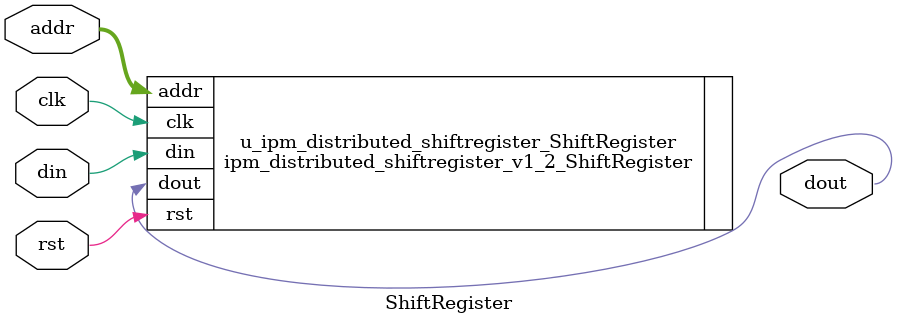
<source format=v>




`timescale 1 ns / 1 ps
module ShiftRegister
     (
      din       ,
      
      addr      ,
      
      clk       ,
      rst       ,
      dout
     );

    localparam FIXED_DEPTH = 1024 ; // @IPC int 1,1024

    localparam VARIABLE_MAX_DEPTH = 1024 ; // @IPC int 1,1024

    localparam DATA_WIDTH = 1 ; // @IPC int 1,256

    localparam SHIFT_REG_TYPE = "dynamic_latency" ; // @IPC enum fixed_latency,dynamic_latency

    localparam SHIFT_REG_TYPE_BOOL = 1 ; // @IPC bool

    localparam RST_TYPE = "ASYNC" ; // @IPC enum ASYNC,SYNC


    localparam  DEPTH   = (SHIFT_REG_TYPE=="fixed_latency"  ) ? FIXED_DEPTH :
                          (SHIFT_REG_TYPE=="dynamic_latency") ? VARIABLE_MAX_DEPTH : 0;


    localparam  ADDR_WIDTH = (DEPTH<=16)   ? 4 :
                             (DEPTH<=32)   ? 5 :
                             (DEPTH<=64)   ? 6 :
                             (DEPTH<=128)  ? 7 :
                             (DEPTH<=256)  ? 8 :
                             (DEPTH<=512)  ? 9 : 10 ;


     input  wire     [DATA_WIDTH-1:0]       din     ;
     
     input  wire     [ADDR_WIDTH-1:0]       addr    ;
      
     input  wire                            clk     ;
     input  wire                            rst     ;
     output wire     [DATA_WIDTH-1:0]       dout    ;


ipm_distributed_shiftregister_v1_2_ShiftRegister
   #(
    .FIXED_DEPTH         (FIXED_DEPTH        )  ,
    .VARIABLE_MAX_DEPTH  (VARIABLE_MAX_DEPTH )  ,
    .DATA_WIDTH          (DATA_WIDTH         )  ,
    .SHIFT_REG_TYPE      (SHIFT_REG_TYPE     )  ,
    .RST_TYPE            (RST_TYPE           )
    )u_ipm_distributed_shiftregister_ShiftRegister
    (
    .din                 (din                )  ,
     
    .addr                (addr               )  ,
    
    .clk                 (clk                )  ,
    .rst                 (rst                )  ,
    .dout                (dout               )
    );
endmodule

</source>
